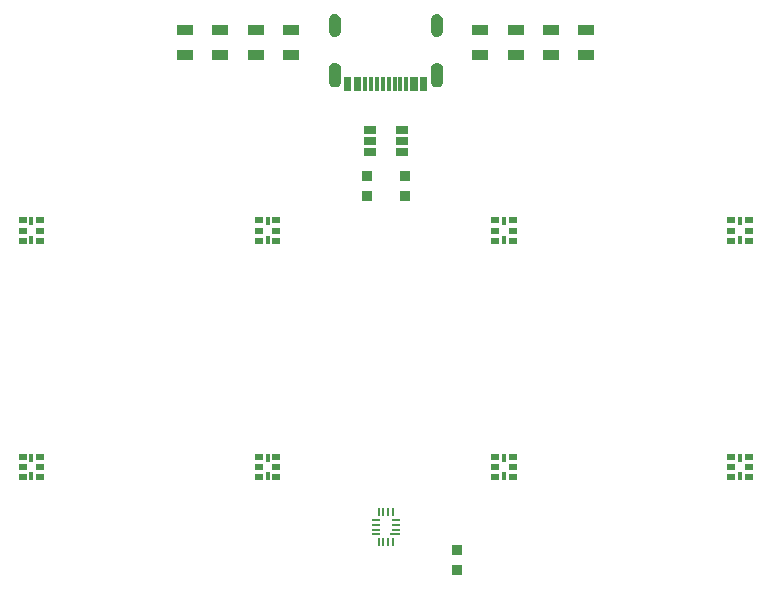
<source format=gtp>
%TF.GenerationSoftware,Altium Limited,Altium Designer,23.4.1 (23)*%
G04 Layer_Color=8421504*
%FSLAX45Y45*%
%MOMM*%
%TF.SameCoordinates,4D4D268D-8FD5-4AED-B812-6AB8C36004BB*%
%TF.FilePolarity,Positive*%
%TF.FileFunction,Paste,Top*%
%TF.Part,Single*%
G01*
G75*
%TA.AperFunction,SMDPad,CuDef*%
G04:AMPARAMS|DCode=10|XSize=0.9mm|YSize=1.4mm|CornerRadius=0.0675mm|HoleSize=0mm|Usage=FLASHONLY|Rotation=90.000|XOffset=0mm|YOffset=0mm|HoleType=Round|Shape=RoundedRectangle|*
%AMROUNDEDRECTD10*
21,1,0.90000,1.26500,0,0,90.0*
21,1,0.76500,1.40000,0,0,90.0*
1,1,0.13500,0.63250,0.38250*
1,1,0.13500,0.63250,-0.38250*
1,1,0.13500,-0.63250,-0.38250*
1,1,0.13500,-0.63250,0.38250*
%
%ADD10ROUNDEDRECTD10*%
%TA.AperFunction,ConnectorPad*%
%ADD11R,0.60000X1.15001*%
%ADD12R,0.30000X1.15001*%
%TA.AperFunction,SMDPad,CuDef*%
G04:AMPARAMS|DCode=13|XSize=0.6mm|YSize=1.1mm|CornerRadius=0.045mm|HoleSize=0mm|Usage=FLASHONLY|Rotation=270.000|XOffset=0mm|YOffset=0mm|HoleType=Round|Shape=RoundedRectangle|*
%AMROUNDEDRECTD13*
21,1,0.60000,1.01000,0,0,270.0*
21,1,0.51000,1.10000,0,0,270.0*
1,1,0.09000,-0.50500,-0.25500*
1,1,0.09000,-0.50500,0.25500*
1,1,0.09000,0.50500,0.25500*
1,1,0.09000,0.50500,-0.25500*
%
%ADD13ROUNDEDRECTD13*%
G04:AMPARAMS|DCode=14|XSize=0.9mm|YSize=0.8mm|CornerRadius=0.06mm|HoleSize=0mm|Usage=FLASHONLY|Rotation=90.000|XOffset=0mm|YOffset=0mm|HoleType=Round|Shape=RoundedRectangle|*
%AMROUNDEDRECTD14*
21,1,0.90000,0.68000,0,0,90.0*
21,1,0.78000,0.80000,0,0,90.0*
1,1,0.12000,0.34000,0.39000*
1,1,0.12000,0.34000,-0.39000*
1,1,0.12000,-0.34000,-0.39000*
1,1,0.12000,-0.34000,0.39000*
%
%ADD14ROUNDEDRECTD14*%
%ADD15R,0.70000X0.55000*%
%ADD16R,0.30000X0.70000*%
%ADD17R,0.22860X0.76200*%
%ADD18R,0.76200X0.22860*%
%ADD19R,0.86360X0.22860*%
G36*
X3495824Y5235522D02*
X3509889Y5221456D01*
X3517501Y5203079D01*
Y5193134D01*
Y5103132D01*
Y5093186D01*
X3509889Y5074809D01*
X3495824Y5060743D01*
X3477447Y5053132D01*
X3457556D01*
X3439179Y5060743D01*
X3425114Y5074809D01*
X3417502Y5093186D01*
Y5103132D01*
Y5193134D01*
Y5203079D01*
X3425114Y5221456D01*
X3439179Y5235522D01*
X3457556Y5243134D01*
X3477447D01*
X3495824Y5235522D01*
D02*
G37*
G36*
Y4825533D02*
X3509889Y4811467D01*
X3517501Y4793090D01*
Y4783145D01*
Y4673143D01*
Y4663197D01*
X3509889Y4644820D01*
X3495824Y4630755D01*
X3477447Y4623143D01*
X3457556D01*
X3439179Y4630755D01*
X3425114Y4644820D01*
X3417502Y4663197D01*
Y4673143D01*
Y4783145D01*
Y4793090D01*
X3425114Y4811467D01*
X3439179Y4825533D01*
X3457556Y4833145D01*
X3477447D01*
X3495824Y4825533D01*
D02*
G37*
G36*
X3889992Y4594362D02*
X3859993D01*
Y4709363D01*
X3889992D01*
Y4594362D01*
D02*
G37*
G36*
X3839995D02*
X3809995D01*
Y4709363D01*
X3839995D01*
Y4594362D01*
D02*
G37*
G36*
X3789998D02*
X3759998D01*
Y4709363D01*
X3789998D01*
Y4594362D01*
D02*
G37*
G36*
X3740005D02*
X3710006D01*
Y4709363D01*
X3740005D01*
Y4594362D01*
D02*
G37*
G36*
X3690000D02*
X3630001D01*
Y4709363D01*
X3690000D01*
Y4594362D01*
D02*
G37*
G36*
X3610001D02*
X3550001D01*
Y4709363D01*
X3610001D01*
Y4594362D01*
D02*
G37*
G36*
X4360821Y5235522D02*
X4374886Y5221456D01*
X4382498Y5203079D01*
Y5193134D01*
Y5103132D01*
Y5093186D01*
X4374886Y5074809D01*
X4360821Y5060743D01*
X4342444Y5053132D01*
X4322553D01*
X4304176Y5060743D01*
X4290111Y5074809D01*
X4282499Y5093186D01*
Y5103132D01*
Y5193134D01*
Y5203079D01*
X4290111Y5221456D01*
X4304176Y5235522D01*
X4322553Y5243134D01*
X4342444D01*
X4360821Y5235522D01*
D02*
G37*
G36*
Y4825533D02*
X4374886Y4811467D01*
X4382498Y4793090D01*
Y4783145D01*
Y4673143D01*
Y4663197D01*
X4374886Y4644820D01*
X4360821Y4630755D01*
X4342444Y4623143D01*
X4322553D01*
X4304176Y4630755D01*
X4290111Y4644820D01*
X4282499Y4663197D01*
Y4673143D01*
Y4783145D01*
Y4793090D01*
X4290111Y4811467D01*
X4304176Y4825533D01*
X4322553Y4833145D01*
X4342444D01*
X4360821Y4825533D01*
D02*
G37*
G36*
X4249999Y4594362D02*
X4189999D01*
Y4709363D01*
X4249999D01*
Y4594362D01*
D02*
G37*
G36*
X4170000D02*
X4110000D01*
Y4709363D01*
X4170000D01*
Y4594362D01*
D02*
G37*
G36*
X4089992D02*
X4059992D01*
Y4709363D01*
X4089992D01*
Y4594362D01*
D02*
G37*
G36*
X4039992D02*
X4009992D01*
Y4709363D01*
X4039992D01*
Y4594362D01*
D02*
G37*
G36*
X3989990D02*
X3959990D01*
Y4709363D01*
X3989990D01*
Y4594362D01*
D02*
G37*
G36*
X3939992D02*
X3909992D01*
Y4709363D01*
X3939992D01*
Y4594362D01*
D02*
G37*
D10*
X5600000Y4895000D02*
D03*
Y5105000D02*
D03*
X5300000Y4895000D02*
D03*
Y5105000D02*
D03*
X5000000Y4895000D02*
D03*
Y5105000D02*
D03*
X4700000Y4895000D02*
D03*
Y5105000D02*
D03*
X3100000Y4895000D02*
D03*
Y5105000D02*
D03*
X2800000Y4895000D02*
D03*
Y5105000D02*
D03*
X2500000Y4895000D02*
D03*
Y5105000D02*
D03*
X2200000Y4895000D02*
D03*
Y5105000D02*
D03*
D11*
X3580013Y4651860D02*
D03*
X3660001D02*
D03*
X4140010D02*
D03*
X4219989D02*
D03*
D12*
X3775009D02*
D03*
X3824994D02*
D03*
X3875004D02*
D03*
X3924994D02*
D03*
X3975004D02*
D03*
X4024991D02*
D03*
X4075006D02*
D03*
X3725004D02*
D03*
D13*
X3765000Y4075000D02*
D03*
Y4170000D02*
D03*
Y4265000D02*
D03*
X4035000D02*
D03*
Y4170000D02*
D03*
Y4075000D02*
D03*
D14*
X3740000Y3875000D02*
D03*
Y3705000D02*
D03*
X4060000Y3875000D02*
D03*
Y3705000D02*
D03*
X4500000Y535000D02*
D03*
Y705000D02*
D03*
D15*
X6975000Y3410000D02*
D03*
Y3497000D02*
D03*
X6825000D02*
D03*
X6975000Y3323000D02*
D03*
X6825000D02*
D03*
Y3410000D02*
D03*
X4975000D02*
D03*
Y3497000D02*
D03*
X4825000D02*
D03*
X4975000Y3323000D02*
D03*
X4825000D02*
D03*
Y3410000D02*
D03*
X2975000D02*
D03*
Y3497000D02*
D03*
X2825000D02*
D03*
X2975000Y3323000D02*
D03*
X2825000D02*
D03*
Y3410000D02*
D03*
X975000D02*
D03*
Y3497000D02*
D03*
X825000D02*
D03*
X975000Y3323000D02*
D03*
X825000D02*
D03*
Y3410000D02*
D03*
X825000Y1410000D02*
D03*
Y1323000D02*
D03*
X975000D02*
D03*
X825000Y1497000D02*
D03*
X975000D02*
D03*
Y1410000D02*
D03*
X2825000D02*
D03*
Y1323000D02*
D03*
X2975000D02*
D03*
X2825000Y1497000D02*
D03*
X2975000D02*
D03*
Y1410000D02*
D03*
X4825000D02*
D03*
Y1323000D02*
D03*
X4975000D02*
D03*
X4825000Y1497000D02*
D03*
X4975000D02*
D03*
Y1410000D02*
D03*
X6825000D02*
D03*
Y1323000D02*
D03*
X6975000D02*
D03*
X6825000Y1497000D02*
D03*
X6975000D02*
D03*
Y1410000D02*
D03*
D16*
X6900000Y3489500D02*
D03*
Y3330500D02*
D03*
X4900000Y3489500D02*
D03*
Y3330500D02*
D03*
X2900000Y3489500D02*
D03*
Y3330500D02*
D03*
X900000Y3489500D02*
D03*
Y3330500D02*
D03*
Y1330500D02*
D03*
Y1489500D02*
D03*
X2900000Y1330500D02*
D03*
Y1489500D02*
D03*
X4900000Y1330500D02*
D03*
Y1489500D02*
D03*
X6900000Y1330500D02*
D03*
Y1489500D02*
D03*
D17*
X3960000Y775540D02*
D03*
X3920000D02*
D03*
X3880000D02*
D03*
X3840000D02*
D03*
Y1024460D02*
D03*
X3880000D02*
D03*
X3920000D02*
D03*
X3960000D02*
D03*
D18*
X3814910Y840000D02*
D03*
Y880000D02*
D03*
Y920000D02*
D03*
Y960000D02*
D03*
X3985090D02*
D03*
Y920000D02*
D03*
Y880000D02*
D03*
D19*
X3980010Y840000D02*
D03*
%TF.MD5,d786dd76ccd6fb90ad3375166ef13968*%
M02*

</source>
